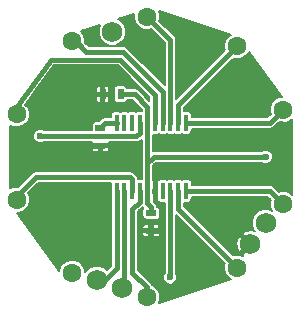
<source format=gbl>
G04 #@! TF.FileFunction,Copper,L2,Bot,Signal*
%FSLAX46Y46*%
G04 Gerber Fmt 4.6, Leading zero omitted, Abs format (unit mm)*
G04 Created by KiCad (PCBNEW 4.0.5+dfsg1-4) date Tue Feb 14 02:51:41 2017*
%MOMM*%
%LPD*%
G01*
G04 APERTURE LIST*
%ADD10C,0.100000*%
%ADD11C,1.727200*%
%ADD12R,0.400000X1.350000*%
%ADD13R,0.900000X0.500000*%
%ADD14R,0.500000X0.900000*%
%ADD15C,1.600000*%
%ADD16C,0.600000*%
%ADD17C,0.400000*%
%ADD18C,0.200000*%
G04 APERTURE END LIST*
D10*
D11*
X9690000Y-4590000D03*
X-4600000Y-9400000D03*
X8390000Y-6400000D03*
X-2500000Y-10100000D03*
X-3300000Y11600000D03*
D12*
X-2275000Y-1875000D03*
X-2925000Y-1875000D03*
X-1625000Y-1875000D03*
X-975000Y-1875000D03*
X-2925000Y3875000D03*
X-2275000Y3875000D03*
X-1625000Y3875000D03*
X-975000Y3875000D03*
X-325000Y3875000D03*
X325000Y3875000D03*
X975600Y3875000D03*
X1625000Y3875000D03*
X2275000Y3875000D03*
X2925000Y3875000D03*
X2925000Y-1875000D03*
X2275000Y-1875000D03*
X1625000Y-1875000D03*
X975000Y-1875000D03*
X325000Y-1875000D03*
X-325000Y-1875000D03*
D13*
X0Y-3750000D03*
X0Y-5250000D03*
D14*
X-2600000Y6300000D03*
X-4100000Y6300000D03*
D15*
X-11400000Y4600000D03*
X-6670000Y10810000D03*
X-370000Y12860000D03*
X7270000Y10380000D03*
X11160000Y5020000D03*
X11160000Y-3020000D03*
X7270000Y-8370000D03*
X-6670000Y-8810000D03*
X-370000Y-10860000D03*
X-11400000Y-2600000D03*
D13*
X-4300000Y3450000D03*
X-4300000Y1950000D03*
D16*
X9680000Y1030000D03*
X-6600000Y-1800000D03*
X5950000Y-850000D03*
X2400000Y-4600000D03*
X3200000Y8100000D03*
X-100000Y9400000D03*
X5600000Y5900000D03*
X-6600000Y100000D03*
X-5300000Y2000000D03*
X-9400000Y2750000D03*
X1600000Y-9200000D03*
D17*
X-325000Y500000D02*
X-320000Y500000D01*
X210000Y1030000D02*
X9680000Y1030000D01*
X-320000Y500000D02*
X210000Y1030000D01*
X-2650000Y6300000D02*
X-2150000Y6300000D01*
X-1400000Y6300000D02*
X-325000Y5225000D01*
X-325000Y5225000D02*
X-325000Y4725000D01*
X-325000Y4725000D02*
X-325000Y3875000D01*
X-2150000Y6300000D02*
X-1400000Y6300000D01*
X-325000Y3875000D02*
X-325000Y500000D01*
X-325000Y500000D02*
X-325000Y0D01*
X-325000Y0D02*
X-325000Y-1875000D01*
X-325000Y-1875000D02*
X-325000Y-2923530D01*
X-325000Y-2923530D02*
X0Y-3248530D01*
X0Y-3248530D02*
X0Y-3750000D01*
X5950000Y-850000D02*
X3300000Y-200000D01*
X3300000Y-200000D02*
X800000Y-200000D01*
X800000Y-200000D02*
X325000Y-675000D01*
X325000Y-675000D02*
X325000Y-1875000D01*
X-6600000Y100000D02*
X-6500000Y200000D01*
X-5300000Y2000000D02*
X-5250000Y1950000D01*
X-5250000Y1950000D02*
X-4300000Y1950000D01*
X325000Y-1875000D02*
X325000Y-2725000D01*
X900000Y-4800000D02*
X450000Y-5250000D01*
X900000Y-3300000D02*
X900000Y-4800000D01*
X325000Y-2725000D02*
X900000Y-3300000D01*
X450000Y-5250000D02*
X0Y-5250000D01*
X-2275000Y-1875000D02*
X-2275000Y-9875000D01*
X-2275000Y-9875000D02*
X-2500000Y-10100000D01*
X-2925000Y-1875000D02*
X-2925000Y-8425000D01*
X-2925000Y-8425000D02*
X-3900000Y-9400000D01*
X-3900000Y-9400000D02*
X-4600000Y-9400000D01*
X-1800000Y-700000D02*
X-9780000Y-700000D01*
X-1625000Y-875000D02*
X-1800000Y-700000D01*
X-1625000Y-1875000D02*
X-1625000Y-875000D01*
X-9780000Y-700000D02*
X-11390000Y-2310000D01*
X-975000Y-1875000D02*
X-975000Y-2775000D01*
X-370000Y-10030000D02*
X-370000Y-10860000D01*
X-1600000Y-8800000D02*
X-370000Y-10030000D01*
X-1600000Y-3400000D02*
X-1600000Y-8800000D01*
X-975000Y-2775000D02*
X-1600000Y-3400000D01*
X-2925000Y3875000D02*
X-3875000Y3875000D01*
X-3875000Y3875000D02*
X-4300000Y3450000D01*
X-975000Y3875000D02*
X-975000Y3025000D01*
X-1250000Y2750000D02*
X-9400000Y2750000D01*
X-975000Y3025000D02*
X-1250000Y2750000D01*
X325000Y3875000D02*
X325000Y6275000D01*
X-8500000Y9250000D02*
X-11550000Y5050000D01*
X-2650000Y9250000D02*
X-8500000Y9250000D01*
X325000Y6275000D02*
X-2650000Y9250000D01*
X-11390000Y4320000D02*
X-11320000Y4320000D01*
X-6670000Y10810000D02*
X-6410000Y10810000D01*
X-6410000Y10810000D02*
X-5500000Y9900000D01*
X-5500000Y9900000D02*
X-2400000Y9900000D01*
X-2400000Y9900000D02*
X975600Y6524400D01*
X975600Y6524400D02*
X975600Y3875000D01*
X1625000Y3875000D02*
X1625000Y10865000D01*
X1625000Y10865000D02*
X-370000Y12860000D01*
X2275000Y3875000D02*
X2275000Y5385000D01*
X2275000Y5385000D02*
X7270000Y10380000D01*
X2925000Y3875000D02*
X10015000Y3875000D01*
X10015000Y3875000D02*
X11160000Y5020000D01*
X2925000Y-1875000D02*
X10015000Y-1875000D01*
X10015000Y-1875000D02*
X11160000Y-3020000D01*
X2275000Y-1875000D02*
X2275000Y-3375000D01*
X2275000Y-3375000D02*
X7270000Y-8370000D01*
X1625000Y-1875000D02*
X1625000Y-9175000D01*
X1625000Y-9175000D02*
X1600000Y-9200000D01*
D18*
G36*
X11937720Y-2242085D02*
X11783913Y-2088009D01*
X11379763Y-1920192D01*
X10942156Y-1919810D01*
X10818153Y-1971047D01*
X10368553Y-1521447D01*
X10206342Y-1413060D01*
X10015000Y-1375000D01*
X3430877Y-1375000D01*
X3430877Y-1200000D01*
X3409958Y-1088827D01*
X3344255Y-986721D01*
X3244003Y-918222D01*
X3125000Y-894123D01*
X2725000Y-894123D01*
X2613827Y-915042D01*
X2601221Y-923154D01*
X2594003Y-918222D01*
X2475000Y-894123D01*
X2075000Y-894123D01*
X1963827Y-915042D01*
X1951221Y-923154D01*
X1944003Y-918222D01*
X1825000Y-894123D01*
X1425000Y-894123D01*
X1313827Y-915042D01*
X1301221Y-923154D01*
X1294003Y-918222D01*
X1175000Y-894123D01*
X775000Y-894123D01*
X663827Y-915042D01*
X647051Y-925837D01*
X584674Y-900000D01*
X500000Y-900000D01*
X425000Y-975000D01*
X425000Y-1721000D01*
X469123Y-1721000D01*
X469123Y-2029000D01*
X425000Y-2029000D01*
X425000Y-2775000D01*
X500000Y-2850000D01*
X584674Y-2850000D01*
X645682Y-2824730D01*
X655997Y-2831778D01*
X775000Y-2855877D01*
X1125000Y-2855877D01*
X1125000Y-8826382D01*
X1091641Y-8859683D01*
X1000104Y-9080129D01*
X999896Y-9318824D01*
X1091048Y-9539429D01*
X1259683Y-9708359D01*
X1480129Y-9799896D01*
X1718824Y-9800104D01*
X1939429Y-9708952D01*
X2108359Y-9540317D01*
X2199896Y-9319871D01*
X2200104Y-9081176D01*
X2125000Y-8899410D01*
X2125000Y-3932106D01*
X6220933Y-8028039D01*
X6170192Y-8150237D01*
X6169810Y-8587844D01*
X6336922Y-8992286D01*
X6646087Y-9301991D01*
X6767174Y-9352270D01*
X616877Y-11351731D01*
X729808Y-11079763D01*
X730190Y-10642156D01*
X563078Y-10237714D01*
X253913Y-9928009D01*
X96730Y-9862741D01*
X91940Y-9838658D01*
X27349Y-9741991D01*
X-16446Y-9676447D01*
X-1100000Y-8592894D01*
X-1100000Y-5450000D01*
X-750000Y-5450000D01*
X-750000Y-5559674D01*
X-704328Y-5669937D01*
X-619936Y-5754328D01*
X-509673Y-5800000D01*
X-229000Y-5800000D01*
X-154000Y-5725000D01*
X-154000Y-5375000D01*
X154000Y-5375000D01*
X154000Y-5725000D01*
X229000Y-5800000D01*
X509673Y-5800000D01*
X619936Y-5754328D01*
X704328Y-5669937D01*
X750000Y-5559674D01*
X750000Y-5450000D01*
X675000Y-5375000D01*
X154000Y-5375000D01*
X-154000Y-5375000D01*
X-675000Y-5375000D01*
X-750000Y-5450000D01*
X-1100000Y-5450000D01*
X-1100000Y-4940326D01*
X-750000Y-4940326D01*
X-750000Y-5050000D01*
X-675000Y-5125000D01*
X-154000Y-5125000D01*
X-154000Y-4775000D01*
X154000Y-4775000D01*
X154000Y-5125000D01*
X675000Y-5125000D01*
X750000Y-5050000D01*
X750000Y-4940326D01*
X704328Y-4830063D01*
X619936Y-4745672D01*
X509673Y-4700000D01*
X229000Y-4700000D01*
X154000Y-4775000D01*
X-154000Y-4775000D01*
X-229000Y-4700000D01*
X-509673Y-4700000D01*
X-619936Y-4745672D01*
X-704328Y-4830063D01*
X-750000Y-4940326D01*
X-1100000Y-4940326D01*
X-1100000Y-3607106D01*
X-715172Y-3222279D01*
X-678553Y-3277083D01*
X-667993Y-3287644D01*
X-731778Y-3380997D01*
X-755877Y-3500000D01*
X-755877Y-4000000D01*
X-734958Y-4111173D01*
X-669255Y-4213279D01*
X-569003Y-4281778D01*
X-450000Y-4305877D01*
X450000Y-4305877D01*
X561173Y-4284958D01*
X663279Y-4219255D01*
X731778Y-4119003D01*
X755877Y-4000000D01*
X755877Y-3500000D01*
X734958Y-3388827D01*
X669255Y-3286721D01*
X569003Y-3218222D01*
X490822Y-3202390D01*
X461940Y-3057188D01*
X451506Y-3041573D01*
X353553Y-2894976D01*
X225000Y-2766423D01*
X225000Y-2029000D01*
X180877Y-2029000D01*
X180877Y-1721000D01*
X225000Y-1721000D01*
X225000Y-975000D01*
X175000Y-925000D01*
X175000Y287894D01*
X417107Y530000D01*
X9331339Y530000D01*
X9339683Y521641D01*
X9560129Y430104D01*
X9798824Y429896D01*
X10019429Y521048D01*
X10188359Y689683D01*
X10279896Y910129D01*
X10280104Y1148824D01*
X10188952Y1369429D01*
X10020317Y1538359D01*
X9799871Y1629896D01*
X9561176Y1630104D01*
X9340571Y1538952D01*
X9331603Y1530000D01*
X210000Y1530000D01*
X175000Y1523038D01*
X175000Y2894123D01*
X525000Y2894123D01*
X636173Y2915042D01*
X649088Y2923353D01*
X656597Y2918222D01*
X775600Y2894123D01*
X1175600Y2894123D01*
X1286773Y2915042D01*
X1299070Y2922955D01*
X1305997Y2918222D01*
X1425000Y2894123D01*
X1825000Y2894123D01*
X1936173Y2915042D01*
X1948779Y2923154D01*
X1955997Y2918222D01*
X2075000Y2894123D01*
X2475000Y2894123D01*
X2586173Y2915042D01*
X2598779Y2923154D01*
X2605997Y2918222D01*
X2725000Y2894123D01*
X3125000Y2894123D01*
X3236173Y2915042D01*
X3338279Y2980745D01*
X3406778Y3080997D01*
X3430877Y3200000D01*
X3430877Y3375000D01*
X10015000Y3375000D01*
X10206342Y3413060D01*
X10368553Y3521447D01*
X10818039Y3970933D01*
X10940237Y3920192D01*
X11377844Y3919810D01*
X11782286Y4086922D01*
X11937720Y4242085D01*
X11937720Y-2242085D01*
X11937720Y-2242085D01*
G37*
X11937720Y-2242085D02*
X11783913Y-2088009D01*
X11379763Y-1920192D01*
X10942156Y-1919810D01*
X10818153Y-1971047D01*
X10368553Y-1521447D01*
X10206342Y-1413060D01*
X10015000Y-1375000D01*
X3430877Y-1375000D01*
X3430877Y-1200000D01*
X3409958Y-1088827D01*
X3344255Y-986721D01*
X3244003Y-918222D01*
X3125000Y-894123D01*
X2725000Y-894123D01*
X2613827Y-915042D01*
X2601221Y-923154D01*
X2594003Y-918222D01*
X2475000Y-894123D01*
X2075000Y-894123D01*
X1963827Y-915042D01*
X1951221Y-923154D01*
X1944003Y-918222D01*
X1825000Y-894123D01*
X1425000Y-894123D01*
X1313827Y-915042D01*
X1301221Y-923154D01*
X1294003Y-918222D01*
X1175000Y-894123D01*
X775000Y-894123D01*
X663827Y-915042D01*
X647051Y-925837D01*
X584674Y-900000D01*
X500000Y-900000D01*
X425000Y-975000D01*
X425000Y-1721000D01*
X469123Y-1721000D01*
X469123Y-2029000D01*
X425000Y-2029000D01*
X425000Y-2775000D01*
X500000Y-2850000D01*
X584674Y-2850000D01*
X645682Y-2824730D01*
X655997Y-2831778D01*
X775000Y-2855877D01*
X1125000Y-2855877D01*
X1125000Y-8826382D01*
X1091641Y-8859683D01*
X1000104Y-9080129D01*
X999896Y-9318824D01*
X1091048Y-9539429D01*
X1259683Y-9708359D01*
X1480129Y-9799896D01*
X1718824Y-9800104D01*
X1939429Y-9708952D01*
X2108359Y-9540317D01*
X2199896Y-9319871D01*
X2200104Y-9081176D01*
X2125000Y-8899410D01*
X2125000Y-3932106D01*
X6220933Y-8028039D01*
X6170192Y-8150237D01*
X6169810Y-8587844D01*
X6336922Y-8992286D01*
X6646087Y-9301991D01*
X6767174Y-9352270D01*
X616877Y-11351731D01*
X729808Y-11079763D01*
X730190Y-10642156D01*
X563078Y-10237714D01*
X253913Y-9928009D01*
X96730Y-9862741D01*
X91940Y-9838658D01*
X27349Y-9741991D01*
X-16446Y-9676447D01*
X-1100000Y-8592894D01*
X-1100000Y-5450000D01*
X-750000Y-5450000D01*
X-750000Y-5559674D01*
X-704328Y-5669937D01*
X-619936Y-5754328D01*
X-509673Y-5800000D01*
X-229000Y-5800000D01*
X-154000Y-5725000D01*
X-154000Y-5375000D01*
X154000Y-5375000D01*
X154000Y-5725000D01*
X229000Y-5800000D01*
X509673Y-5800000D01*
X619936Y-5754328D01*
X704328Y-5669937D01*
X750000Y-5559674D01*
X750000Y-5450000D01*
X675000Y-5375000D01*
X154000Y-5375000D01*
X-154000Y-5375000D01*
X-675000Y-5375000D01*
X-750000Y-5450000D01*
X-1100000Y-5450000D01*
X-1100000Y-4940326D01*
X-750000Y-4940326D01*
X-750000Y-5050000D01*
X-675000Y-5125000D01*
X-154000Y-5125000D01*
X-154000Y-4775000D01*
X154000Y-4775000D01*
X154000Y-5125000D01*
X675000Y-5125000D01*
X750000Y-5050000D01*
X750000Y-4940326D01*
X704328Y-4830063D01*
X619936Y-4745672D01*
X509673Y-4700000D01*
X229000Y-4700000D01*
X154000Y-4775000D01*
X-154000Y-4775000D01*
X-229000Y-4700000D01*
X-509673Y-4700000D01*
X-619936Y-4745672D01*
X-704328Y-4830063D01*
X-750000Y-4940326D01*
X-1100000Y-4940326D01*
X-1100000Y-3607106D01*
X-715172Y-3222279D01*
X-678553Y-3277083D01*
X-667993Y-3287644D01*
X-731778Y-3380997D01*
X-755877Y-3500000D01*
X-755877Y-4000000D01*
X-734958Y-4111173D01*
X-669255Y-4213279D01*
X-569003Y-4281778D01*
X-450000Y-4305877D01*
X450000Y-4305877D01*
X561173Y-4284958D01*
X663279Y-4219255D01*
X731778Y-4119003D01*
X755877Y-4000000D01*
X755877Y-3500000D01*
X734958Y-3388827D01*
X669255Y-3286721D01*
X569003Y-3218222D01*
X490822Y-3202390D01*
X461940Y-3057188D01*
X451506Y-3041573D01*
X353553Y-2894976D01*
X225000Y-2766423D01*
X225000Y-2029000D01*
X180877Y-2029000D01*
X180877Y-1721000D01*
X225000Y-1721000D01*
X225000Y-975000D01*
X175000Y-925000D01*
X175000Y287894D01*
X417107Y530000D01*
X9331339Y530000D01*
X9339683Y521641D01*
X9560129Y430104D01*
X9798824Y429896D01*
X10019429Y521048D01*
X10188359Y689683D01*
X10279896Y910129D01*
X10280104Y1148824D01*
X10188952Y1369429D01*
X10020317Y1538359D01*
X9799871Y1629896D01*
X9561176Y1630104D01*
X9340571Y1538952D01*
X9331603Y1530000D01*
X210000Y1530000D01*
X175000Y1523038D01*
X175000Y2894123D01*
X525000Y2894123D01*
X636173Y2915042D01*
X649088Y2923353D01*
X656597Y2918222D01*
X775600Y2894123D01*
X1175600Y2894123D01*
X1286773Y2915042D01*
X1299070Y2922955D01*
X1305997Y2918222D01*
X1425000Y2894123D01*
X1825000Y2894123D01*
X1936173Y2915042D01*
X1948779Y2923154D01*
X1955997Y2918222D01*
X2075000Y2894123D01*
X2475000Y2894123D01*
X2586173Y2915042D01*
X2598779Y2923154D01*
X2605997Y2918222D01*
X2725000Y2894123D01*
X3125000Y2894123D01*
X3236173Y2915042D01*
X3338279Y2980745D01*
X3406778Y3080997D01*
X3430877Y3200000D01*
X3430877Y3375000D01*
X10015000Y3375000D01*
X10206342Y3413060D01*
X10368553Y3521447D01*
X10818039Y3970933D01*
X10940237Y3920192D01*
X11377844Y3919810D01*
X11782286Y4086922D01*
X11937720Y4242085D01*
X11937720Y-2242085D01*
G36*
X-3430877Y-2550000D02*
X-3425000Y-2581233D01*
X-3425000Y-8217893D01*
X-3780761Y-8573654D01*
X-3940013Y-8414123D01*
X-4367530Y-8236603D01*
X-4830439Y-8236199D01*
X-5258265Y-8412973D01*
X-5569925Y-8724089D01*
X-5569810Y-8592156D01*
X-5736922Y-8187714D01*
X-6046087Y-7878009D01*
X-6450237Y-7710192D01*
X-6887844Y-7709810D01*
X-7292286Y-7876922D01*
X-7601991Y-8186087D01*
X-7769808Y-8590237D01*
X-7769828Y-8612854D01*
X-11340104Y-3700052D01*
X-11182156Y-3700190D01*
X-10777714Y-3533078D01*
X-10468009Y-3223913D01*
X-10300192Y-2819763D01*
X-10299810Y-2382156D01*
X-10432914Y-2060020D01*
X-9572893Y-1200000D01*
X-3430877Y-1200000D01*
X-3430877Y-2550000D01*
X-3430877Y-2550000D01*
G37*
X-3430877Y-2550000D02*
X-3425000Y-2581233D01*
X-3425000Y-8217893D01*
X-3780761Y-8573654D01*
X-3940013Y-8414123D01*
X-4367530Y-8236603D01*
X-4830439Y-8236199D01*
X-5258265Y-8412973D01*
X-5569925Y-8724089D01*
X-5569810Y-8592156D01*
X-5736922Y-8187714D01*
X-6046087Y-7878009D01*
X-6450237Y-7710192D01*
X-6887844Y-7709810D01*
X-7292286Y-7876922D01*
X-7601991Y-8186087D01*
X-7769808Y-8590237D01*
X-7769828Y-8612854D01*
X-11340104Y-3700052D01*
X-11182156Y-3700190D01*
X-10777714Y-3533078D01*
X-10468009Y-3223913D01*
X-10300192Y-2819763D01*
X-10299810Y-2382156D01*
X-10432914Y-2060020D01*
X-9572893Y-1200000D01*
X-3430877Y-1200000D01*
X-3430877Y-2550000D01*
G36*
X10110933Y-2678039D02*
X10060192Y-2800237D01*
X10059810Y-3237844D01*
X10182400Y-3534535D01*
X9922470Y-3426603D01*
X9459561Y-3426199D01*
X9031735Y-3602973D01*
X8704123Y-3930013D01*
X8526603Y-4357530D01*
X8526199Y-4820439D01*
X8702973Y-5248265D01*
X8747128Y-5292497D01*
X8514871Y-5220194D01*
X8053873Y-5262215D01*
X7823142Y-5357787D01*
X7720600Y-5512811D01*
X8390000Y-6182211D01*
X8404142Y-6168069D01*
X8621931Y-6385858D01*
X8607789Y-6400000D01*
X8621931Y-6414142D01*
X8404142Y-6631931D01*
X8390000Y-6617789D01*
X7720600Y-7287189D01*
X7792510Y-7395903D01*
X7489763Y-7270192D01*
X7052156Y-7269810D01*
X6928154Y-7321047D01*
X5882236Y-6275129D01*
X7210194Y-6275129D01*
X7252215Y-6736127D01*
X7347787Y-6966858D01*
X7502811Y-7069400D01*
X8172211Y-6400000D01*
X7502811Y-5730600D01*
X7347787Y-5833142D01*
X7210194Y-6275129D01*
X5882236Y-6275129D01*
X2775000Y-3167894D01*
X2775000Y-2855877D01*
X3125000Y-2855877D01*
X3236173Y-2834958D01*
X3338279Y-2769255D01*
X3406778Y-2669003D01*
X3430877Y-2550000D01*
X3430877Y-2375000D01*
X9807894Y-2375000D01*
X10110933Y-2678039D01*
X10110933Y-2678039D01*
G37*
X10110933Y-2678039D02*
X10060192Y-2800237D01*
X10059810Y-3237844D01*
X10182400Y-3534535D01*
X9922470Y-3426603D01*
X9459561Y-3426199D01*
X9031735Y-3602973D01*
X8704123Y-3930013D01*
X8526603Y-4357530D01*
X8526199Y-4820439D01*
X8702973Y-5248265D01*
X8747128Y-5292497D01*
X8514871Y-5220194D01*
X8053873Y-5262215D01*
X7823142Y-5357787D01*
X7720600Y-5512811D01*
X8390000Y-6182211D01*
X8404142Y-6168069D01*
X8621931Y-6385858D01*
X8607789Y-6400000D01*
X8621931Y-6414142D01*
X8404142Y-6631931D01*
X8390000Y-6617789D01*
X7720600Y-7287189D01*
X7792510Y-7395903D01*
X7489763Y-7270192D01*
X7052156Y-7269810D01*
X6928154Y-7321047D01*
X5882236Y-6275129D01*
X7210194Y-6275129D01*
X7252215Y-6736127D01*
X7347787Y-6966858D01*
X7502811Y-7069400D01*
X8172211Y-6400000D01*
X7502811Y-5730600D01*
X7347787Y-5833142D01*
X7210194Y-6275129D01*
X5882236Y-6275129D01*
X2775000Y-3167894D01*
X2775000Y-2855877D01*
X3125000Y-2855877D01*
X3236173Y-2834958D01*
X3338279Y-2769255D01*
X3406778Y-2669003D01*
X3430877Y-2550000D01*
X3430877Y-2375000D01*
X9807894Y-2375000D01*
X10110933Y-2678039D01*
G36*
X-175000Y6067893D02*
X-175000Y5782107D01*
X-1046447Y6653553D01*
X-1208658Y6761940D01*
X-1400000Y6800000D01*
X-2053531Y6800000D01*
X-2065042Y6861173D01*
X-2130745Y6963279D01*
X-2230997Y7031778D01*
X-2350000Y7055877D01*
X-2850000Y7055877D01*
X-2961173Y7034958D01*
X-3063279Y6969255D01*
X-3131778Y6869003D01*
X-3155877Y6750000D01*
X-3155877Y5850000D01*
X-3134958Y5738827D01*
X-3069255Y5636721D01*
X-2969003Y5568222D01*
X-2850000Y5544123D01*
X-2350000Y5544123D01*
X-2238827Y5565042D01*
X-2136721Y5630745D01*
X-2068222Y5730997D01*
X-2054248Y5800000D01*
X-1607106Y5800000D01*
X-825000Y5017893D01*
X-825000Y4855877D01*
X-1175000Y4855877D01*
X-1286173Y4834958D01*
X-1298779Y4826846D01*
X-1305997Y4831778D01*
X-1425000Y4855877D01*
X-1825000Y4855877D01*
X-1936173Y4834958D01*
X-1948779Y4826846D01*
X-1955997Y4831778D01*
X-2075000Y4855877D01*
X-2475000Y4855877D01*
X-2586173Y4834958D01*
X-2598779Y4826846D01*
X-2605997Y4831778D01*
X-2725000Y4855877D01*
X-3125000Y4855877D01*
X-3236173Y4834958D01*
X-3338279Y4769255D01*
X-3406778Y4669003D01*
X-3430877Y4550000D01*
X-3430877Y4375000D01*
X-3875000Y4375000D01*
X-4066342Y4336940D01*
X-4228553Y4228554D01*
X-4451229Y4005877D01*
X-4750000Y4005877D01*
X-4861173Y3984958D01*
X-4963279Y3919255D01*
X-5031778Y3819003D01*
X-5055877Y3700000D01*
X-5055877Y3250000D01*
X-9051339Y3250000D01*
X-9059683Y3258359D01*
X-9280129Y3349896D01*
X-9518824Y3350104D01*
X-9739429Y3258952D01*
X-9908359Y3090317D01*
X-9999896Y2869871D01*
X-10000104Y2631176D01*
X-9908952Y2410571D01*
X-9740317Y2241641D01*
X-9519871Y2150104D01*
X-9281176Y2149896D01*
X-9060571Y2241048D01*
X-9051603Y2250000D01*
X-5050000Y2250000D01*
X-5050000Y2150000D01*
X-4975000Y2075000D01*
X-4454000Y2075000D01*
X-4454000Y2124000D01*
X-4146000Y2124000D01*
X-4146000Y2075000D01*
X-3625000Y2075000D01*
X-3550000Y2150000D01*
X-3550000Y2250000D01*
X-1250000Y2250000D01*
X-1058658Y2288060D01*
X-896447Y2396447D01*
X-825000Y2467894D01*
X-825000Y-894123D01*
X-1125000Y-894123D01*
X-1125000Y-875000D01*
X-1163060Y-683658D01*
X-1271447Y-521446D01*
X-1446447Y-346447D01*
X-1608658Y-238060D01*
X-1800000Y-200000D01*
X-9780000Y-200000D01*
X-9971342Y-238060D01*
X-10133553Y-346446D01*
X-11287205Y-1500099D01*
X-11617844Y-1499810D01*
X-11937720Y-1631980D01*
X-11937720Y1750000D01*
X-5050000Y1750000D01*
X-5050000Y1640326D01*
X-5004328Y1530063D01*
X-4919936Y1445672D01*
X-4809673Y1400000D01*
X-4529000Y1400000D01*
X-4454000Y1475000D01*
X-4454000Y1825000D01*
X-4146000Y1825000D01*
X-4146000Y1475000D01*
X-4071000Y1400000D01*
X-3790327Y1400000D01*
X-3680064Y1445672D01*
X-3595672Y1530063D01*
X-3550000Y1640326D01*
X-3550000Y1750000D01*
X-3625000Y1825000D01*
X-4146000Y1825000D01*
X-4454000Y1825000D01*
X-4975000Y1825000D01*
X-5050000Y1750000D01*
X-11937720Y1750000D01*
X-11937720Y3632219D01*
X-11619763Y3500192D01*
X-11182156Y3499810D01*
X-10777714Y3666922D01*
X-10468009Y3976087D01*
X-10300192Y4380237D01*
X-10299810Y4817844D01*
X-10466922Y5222286D01*
X-10663763Y5419471D01*
X-10190629Y6071000D01*
X-4650000Y6071000D01*
X-4650000Y5790327D01*
X-4604328Y5680064D01*
X-4519937Y5595672D01*
X-4409674Y5550000D01*
X-4300000Y5550000D01*
X-4225000Y5625000D01*
X-4225000Y6146000D01*
X-3975000Y6146000D01*
X-3975000Y5625000D01*
X-3900000Y5550000D01*
X-3790326Y5550000D01*
X-3680063Y5595672D01*
X-3595672Y5680064D01*
X-3550000Y5790327D01*
X-3550000Y6071000D01*
X-3625000Y6146000D01*
X-3975000Y6146000D01*
X-4225000Y6146000D01*
X-4575000Y6146000D01*
X-4650000Y6071000D01*
X-10190629Y6071000D01*
X-9654212Y6809673D01*
X-4650000Y6809673D01*
X-4650000Y6529000D01*
X-4575000Y6454000D01*
X-4225000Y6454000D01*
X-4225000Y6975000D01*
X-3975000Y6975000D01*
X-3975000Y6454000D01*
X-3625000Y6454000D01*
X-3550000Y6529000D01*
X-3550000Y6809673D01*
X-3595672Y6919936D01*
X-3680063Y7004328D01*
X-3790326Y7050000D01*
X-3900000Y7050000D01*
X-3975000Y6975000D01*
X-4225000Y6975000D01*
X-4300000Y7050000D01*
X-4409674Y7050000D01*
X-4519937Y7004328D01*
X-4604328Y6919936D01*
X-4650000Y6809673D01*
X-9654212Y6809673D01*
X-8245165Y8750000D01*
X-2857106Y8750000D01*
X-175000Y6067893D01*
X-175000Y6067893D01*
G37*
X-175000Y6067893D02*
X-175000Y5782107D01*
X-1046447Y6653553D01*
X-1208658Y6761940D01*
X-1400000Y6800000D01*
X-2053531Y6800000D01*
X-2065042Y6861173D01*
X-2130745Y6963279D01*
X-2230997Y7031778D01*
X-2350000Y7055877D01*
X-2850000Y7055877D01*
X-2961173Y7034958D01*
X-3063279Y6969255D01*
X-3131778Y6869003D01*
X-3155877Y6750000D01*
X-3155877Y5850000D01*
X-3134958Y5738827D01*
X-3069255Y5636721D01*
X-2969003Y5568222D01*
X-2850000Y5544123D01*
X-2350000Y5544123D01*
X-2238827Y5565042D01*
X-2136721Y5630745D01*
X-2068222Y5730997D01*
X-2054248Y5800000D01*
X-1607106Y5800000D01*
X-825000Y5017893D01*
X-825000Y4855877D01*
X-1175000Y4855877D01*
X-1286173Y4834958D01*
X-1298779Y4826846D01*
X-1305997Y4831778D01*
X-1425000Y4855877D01*
X-1825000Y4855877D01*
X-1936173Y4834958D01*
X-1948779Y4826846D01*
X-1955997Y4831778D01*
X-2075000Y4855877D01*
X-2475000Y4855877D01*
X-2586173Y4834958D01*
X-2598779Y4826846D01*
X-2605997Y4831778D01*
X-2725000Y4855877D01*
X-3125000Y4855877D01*
X-3236173Y4834958D01*
X-3338279Y4769255D01*
X-3406778Y4669003D01*
X-3430877Y4550000D01*
X-3430877Y4375000D01*
X-3875000Y4375000D01*
X-4066342Y4336940D01*
X-4228553Y4228554D01*
X-4451229Y4005877D01*
X-4750000Y4005877D01*
X-4861173Y3984958D01*
X-4963279Y3919255D01*
X-5031778Y3819003D01*
X-5055877Y3700000D01*
X-5055877Y3250000D01*
X-9051339Y3250000D01*
X-9059683Y3258359D01*
X-9280129Y3349896D01*
X-9518824Y3350104D01*
X-9739429Y3258952D01*
X-9908359Y3090317D01*
X-9999896Y2869871D01*
X-10000104Y2631176D01*
X-9908952Y2410571D01*
X-9740317Y2241641D01*
X-9519871Y2150104D01*
X-9281176Y2149896D01*
X-9060571Y2241048D01*
X-9051603Y2250000D01*
X-5050000Y2250000D01*
X-5050000Y2150000D01*
X-4975000Y2075000D01*
X-4454000Y2075000D01*
X-4454000Y2124000D01*
X-4146000Y2124000D01*
X-4146000Y2075000D01*
X-3625000Y2075000D01*
X-3550000Y2150000D01*
X-3550000Y2250000D01*
X-1250000Y2250000D01*
X-1058658Y2288060D01*
X-896447Y2396447D01*
X-825000Y2467894D01*
X-825000Y-894123D01*
X-1125000Y-894123D01*
X-1125000Y-875000D01*
X-1163060Y-683658D01*
X-1271447Y-521446D01*
X-1446447Y-346447D01*
X-1608658Y-238060D01*
X-1800000Y-200000D01*
X-9780000Y-200000D01*
X-9971342Y-238060D01*
X-10133553Y-346446D01*
X-11287205Y-1500099D01*
X-11617844Y-1499810D01*
X-11937720Y-1631980D01*
X-11937720Y1750000D01*
X-5050000Y1750000D01*
X-5050000Y1640326D01*
X-5004328Y1530063D01*
X-4919936Y1445672D01*
X-4809673Y1400000D01*
X-4529000Y1400000D01*
X-4454000Y1475000D01*
X-4454000Y1825000D01*
X-4146000Y1825000D01*
X-4146000Y1475000D01*
X-4071000Y1400000D01*
X-3790327Y1400000D01*
X-3680064Y1445672D01*
X-3595672Y1530063D01*
X-3550000Y1640326D01*
X-3550000Y1750000D01*
X-3625000Y1825000D01*
X-4146000Y1825000D01*
X-4454000Y1825000D01*
X-4975000Y1825000D01*
X-5050000Y1750000D01*
X-11937720Y1750000D01*
X-11937720Y3632219D01*
X-11619763Y3500192D01*
X-11182156Y3499810D01*
X-10777714Y3666922D01*
X-10468009Y3976087D01*
X-10300192Y4380237D01*
X-10299810Y4817844D01*
X-10466922Y5222286D01*
X-10663763Y5419471D01*
X-10190629Y6071000D01*
X-4650000Y6071000D01*
X-4650000Y5790327D01*
X-4604328Y5680064D01*
X-4519937Y5595672D01*
X-4409674Y5550000D01*
X-4300000Y5550000D01*
X-4225000Y5625000D01*
X-4225000Y6146000D01*
X-3975000Y6146000D01*
X-3975000Y5625000D01*
X-3900000Y5550000D01*
X-3790326Y5550000D01*
X-3680063Y5595672D01*
X-3595672Y5680064D01*
X-3550000Y5790327D01*
X-3550000Y6071000D01*
X-3625000Y6146000D01*
X-3975000Y6146000D01*
X-4225000Y6146000D01*
X-4575000Y6146000D01*
X-4650000Y6071000D01*
X-10190629Y6071000D01*
X-9654212Y6809673D01*
X-4650000Y6809673D01*
X-4650000Y6529000D01*
X-4575000Y6454000D01*
X-4225000Y6454000D01*
X-4225000Y6975000D01*
X-3975000Y6975000D01*
X-3975000Y6454000D01*
X-3625000Y6454000D01*
X-3550000Y6529000D01*
X-3550000Y6809673D01*
X-3595672Y6919936D01*
X-3680063Y7004328D01*
X-3790326Y7050000D01*
X-3900000Y7050000D01*
X-3975000Y6975000D01*
X-4225000Y6975000D01*
X-4300000Y7050000D01*
X-4409674Y7050000D01*
X-4519937Y7004328D01*
X-4604328Y6919936D01*
X-4650000Y6809673D01*
X-9654212Y6809673D01*
X-8245165Y8750000D01*
X-2857106Y8750000D01*
X-175000Y6067893D01*
G36*
X11034836Y6120109D02*
X10942156Y6120190D01*
X10537714Y5953078D01*
X10228009Y5643913D01*
X10060192Y5239763D01*
X10059810Y4802156D01*
X10111047Y4678153D01*
X9807894Y4375000D01*
X3430877Y4375000D01*
X3430877Y4550000D01*
X3409958Y4661173D01*
X3344255Y4763279D01*
X3244003Y4831778D01*
X3125000Y4855877D01*
X2775000Y4855877D01*
X2775000Y5177894D01*
X6928039Y9330933D01*
X7050237Y9280192D01*
X7487844Y9279810D01*
X7892286Y9446922D01*
X8201991Y9756087D01*
X8271250Y9922882D01*
X11034836Y6120109D01*
X11034836Y6120109D01*
G37*
X11034836Y6120109D02*
X10942156Y6120190D01*
X10537714Y5953078D01*
X10228009Y5643913D01*
X10060192Y5239763D01*
X10059810Y4802156D01*
X10111047Y4678153D01*
X9807894Y4375000D01*
X3430877Y4375000D01*
X3430877Y4550000D01*
X3409958Y4661173D01*
X3344255Y4763279D01*
X3244003Y4831778D01*
X3125000Y4855877D01*
X2775000Y4855877D01*
X2775000Y5177894D01*
X6928039Y9330933D01*
X7050237Y9280192D01*
X7487844Y9279810D01*
X7892286Y9446922D01*
X8201991Y9756087D01*
X8271250Y9922882D01*
X11034836Y6120109D01*
G36*
X6753402Y11356747D02*
X6647714Y11313078D01*
X6338009Y11003913D01*
X6170192Y10599763D01*
X6169810Y10162156D01*
X6221047Y10038154D01*
X2125000Y5942106D01*
X2125000Y10865000D01*
X2086940Y11056342D01*
X1978553Y11218553D01*
X679067Y12518039D01*
X729808Y12640237D01*
X730190Y13077844D01*
X617045Y13351677D01*
X6753402Y11356747D01*
X6753402Y11356747D01*
G37*
X6753402Y11356747D02*
X6647714Y11313078D01*
X6338009Y11003913D01*
X6170192Y10599763D01*
X6169810Y10162156D01*
X6221047Y10038154D01*
X2125000Y5942106D01*
X2125000Y10865000D01*
X2086940Y11056342D01*
X1978553Y11218553D01*
X679067Y12518039D01*
X729808Y12640237D01*
X730190Y13077844D01*
X617045Y13351677D01*
X6753402Y11356747D01*
G36*
X-1470190Y12642156D02*
X-1303078Y12237714D01*
X-993913Y11928009D01*
X-589763Y11760192D01*
X-152156Y11759810D01*
X-28153Y11811047D01*
X1125000Y10657894D01*
X1125000Y7082107D01*
X-2046447Y10253553D01*
X-2208658Y10361940D01*
X-2224047Y10365001D01*
X-2400000Y10400000D01*
X-5292893Y10400000D01*
X-5570116Y10677223D01*
X-5569810Y11027844D01*
X-5736922Y11432286D01*
X-5929046Y11624746D01*
X-4334383Y12143171D01*
X-4463397Y11832470D01*
X-4463801Y11369561D01*
X-4287027Y10941735D01*
X-3959987Y10614123D01*
X-3532470Y10436603D01*
X-3069561Y10436199D01*
X-2641735Y10612973D01*
X-2314123Y10940013D01*
X-2136603Y11367530D01*
X-2136199Y11830439D01*
X-2312973Y12258265D01*
X-2640013Y12585877D01*
X-2786073Y12646526D01*
X-1469813Y13074442D01*
X-1470190Y12642156D01*
X-1470190Y12642156D01*
G37*
X-1470190Y12642156D02*
X-1303078Y12237714D01*
X-993913Y11928009D01*
X-589763Y11760192D01*
X-152156Y11759810D01*
X-28153Y11811047D01*
X1125000Y10657894D01*
X1125000Y7082107D01*
X-2046447Y10253553D01*
X-2208658Y10361940D01*
X-2224047Y10365001D01*
X-2400000Y10400000D01*
X-5292893Y10400000D01*
X-5570116Y10677223D01*
X-5569810Y11027844D01*
X-5736922Y11432286D01*
X-5929046Y11624746D01*
X-4334383Y12143171D01*
X-4463397Y11832470D01*
X-4463801Y11369561D01*
X-4287027Y10941735D01*
X-3959987Y10614123D01*
X-3532470Y10436603D01*
X-3069561Y10436199D01*
X-2641735Y10612973D01*
X-2314123Y10940013D01*
X-2136603Y11367530D01*
X-2136199Y11830439D01*
X-2312973Y12258265D01*
X-2640013Y12585877D01*
X-2786073Y12646526D01*
X-1469813Y13074442D01*
X-1470190Y12642156D01*
M02*

</source>
